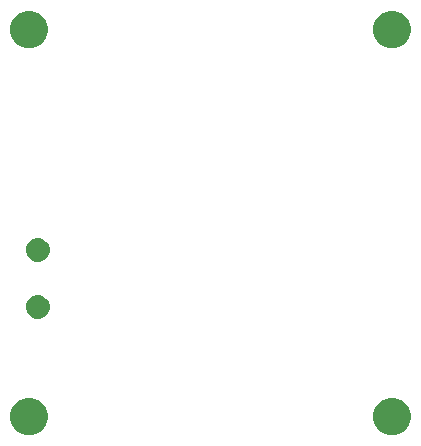
<source format=gbs>
%TF.GenerationSoftware,KiCad,Pcbnew,8.0.0*%
%TF.CreationDate,2024-03-04T00:48:55-06:00*%
%TF.ProjectId,InertialMeasurementUnitBoard,496e6572-7469-4616-9c4d-656173757265,rev?*%
%TF.SameCoordinates,Original*%
%TF.FileFunction,Soldermask,Bot*%
%TF.FilePolarity,Negative*%
%FSLAX46Y46*%
G04 Gerber Fmt 4.6, Leading zero omitted, Abs format (unit mm)*
G04 Created by KiCad (PCBNEW 8.0.0) date 2024-03-04 00:48:55*
%MOMM*%
%LPD*%
G01*
G04 APERTURE LIST*
G04 APERTURE END LIST*
G36*
X100580295Y-111195699D02*
G01*
X100824427Y-111254310D01*
X101056385Y-111350390D01*
X101270456Y-111481573D01*
X101461371Y-111644629D01*
X101624427Y-111835544D01*
X101755610Y-112049615D01*
X101851690Y-112281573D01*
X101910301Y-112525705D01*
X101930000Y-112776000D01*
X101910301Y-113026295D01*
X101851690Y-113270427D01*
X101755610Y-113502385D01*
X101624427Y-113716456D01*
X101461371Y-113907371D01*
X101270456Y-114070427D01*
X101056385Y-114201610D01*
X100824427Y-114297690D01*
X100580295Y-114356301D01*
X100330000Y-114376000D01*
X100079705Y-114356301D01*
X99835573Y-114297690D01*
X99603615Y-114201610D01*
X99389544Y-114070427D01*
X99198629Y-113907371D01*
X99035573Y-113716456D01*
X98904390Y-113502385D01*
X98808310Y-113270427D01*
X98749699Y-113026295D01*
X98730000Y-112776000D01*
X98749699Y-112525705D01*
X98808310Y-112281573D01*
X98904390Y-112049615D01*
X99035573Y-111835544D01*
X99198629Y-111644629D01*
X99389544Y-111481573D01*
X99603615Y-111350390D01*
X99835573Y-111254310D01*
X100079705Y-111195699D01*
X100330000Y-111176000D01*
X100580295Y-111195699D01*
G37*
G36*
X131314295Y-111195699D02*
G01*
X131558427Y-111254310D01*
X131790385Y-111350390D01*
X132004456Y-111481573D01*
X132195371Y-111644629D01*
X132358427Y-111835544D01*
X132489610Y-112049615D01*
X132585690Y-112281573D01*
X132644301Y-112525705D01*
X132664000Y-112776000D01*
X132644301Y-113026295D01*
X132585690Y-113270427D01*
X132489610Y-113502385D01*
X132358427Y-113716456D01*
X132195371Y-113907371D01*
X132004456Y-114070427D01*
X131790385Y-114201610D01*
X131558427Y-114297690D01*
X131314295Y-114356301D01*
X131064000Y-114376000D01*
X130813705Y-114356301D01*
X130569573Y-114297690D01*
X130337615Y-114201610D01*
X130123544Y-114070427D01*
X129932629Y-113907371D01*
X129769573Y-113716456D01*
X129638390Y-113502385D01*
X129542310Y-113270427D01*
X129483699Y-113026295D01*
X129464000Y-112776000D01*
X129483699Y-112525705D01*
X129542310Y-112281573D01*
X129638390Y-112049615D01*
X129769573Y-111835544D01*
X129932629Y-111644629D01*
X130123544Y-111481573D01*
X130337615Y-111350390D01*
X130569573Y-111254310D01*
X130813705Y-111195699D01*
X131064000Y-111176000D01*
X131314295Y-111195699D01*
G37*
G36*
X101287090Y-102524215D02*
G01*
X101474683Y-102581120D01*
X101647570Y-102673530D01*
X101799107Y-102797893D01*
X101923470Y-102949430D01*
X102015880Y-103122317D01*
X102072785Y-103309910D01*
X102092000Y-103505000D01*
X102072785Y-103700090D01*
X102015880Y-103887683D01*
X101923470Y-104060570D01*
X101799107Y-104212107D01*
X101647570Y-104336470D01*
X101474683Y-104428880D01*
X101287090Y-104485785D01*
X101092000Y-104505000D01*
X100896910Y-104485785D01*
X100709317Y-104428880D01*
X100536430Y-104336470D01*
X100384893Y-104212107D01*
X100260530Y-104060570D01*
X100168120Y-103887683D01*
X100111215Y-103700090D01*
X100092000Y-103505000D01*
X100111215Y-103309910D01*
X100168120Y-103122317D01*
X100260530Y-102949430D01*
X100384893Y-102797893D01*
X100536430Y-102673530D01*
X100709317Y-102581120D01*
X100896910Y-102524215D01*
X101092000Y-102505000D01*
X101287090Y-102524215D01*
G37*
G36*
X101287090Y-97698215D02*
G01*
X101474683Y-97755120D01*
X101647570Y-97847530D01*
X101799107Y-97971893D01*
X101923470Y-98123430D01*
X102015880Y-98296317D01*
X102072785Y-98483910D01*
X102092000Y-98679000D01*
X102072785Y-98874090D01*
X102015880Y-99061683D01*
X101923470Y-99234570D01*
X101799107Y-99386107D01*
X101647570Y-99510470D01*
X101474683Y-99602880D01*
X101287090Y-99659785D01*
X101092000Y-99679000D01*
X100896910Y-99659785D01*
X100709317Y-99602880D01*
X100536430Y-99510470D01*
X100384893Y-99386107D01*
X100260530Y-99234570D01*
X100168120Y-99061683D01*
X100111215Y-98874090D01*
X100092000Y-98679000D01*
X100111215Y-98483910D01*
X100168120Y-98296317D01*
X100260530Y-98123430D01*
X100384893Y-97971893D01*
X100536430Y-97847530D01*
X100709317Y-97755120D01*
X100896910Y-97698215D01*
X101092000Y-97679000D01*
X101287090Y-97698215D01*
G37*
G36*
X100580295Y-78429699D02*
G01*
X100824427Y-78488310D01*
X101056385Y-78584390D01*
X101270456Y-78715573D01*
X101461371Y-78878629D01*
X101624427Y-79069544D01*
X101755610Y-79283615D01*
X101851690Y-79515573D01*
X101910301Y-79759705D01*
X101930000Y-80010000D01*
X101910301Y-80260295D01*
X101851690Y-80504427D01*
X101755610Y-80736385D01*
X101624427Y-80950456D01*
X101461371Y-81141371D01*
X101270456Y-81304427D01*
X101056385Y-81435610D01*
X100824427Y-81531690D01*
X100580295Y-81590301D01*
X100330000Y-81610000D01*
X100079705Y-81590301D01*
X99835573Y-81531690D01*
X99603615Y-81435610D01*
X99389544Y-81304427D01*
X99198629Y-81141371D01*
X99035573Y-80950456D01*
X98904390Y-80736385D01*
X98808310Y-80504427D01*
X98749699Y-80260295D01*
X98730000Y-80010000D01*
X98749699Y-79759705D01*
X98808310Y-79515573D01*
X98904390Y-79283615D01*
X99035573Y-79069544D01*
X99198629Y-78878629D01*
X99389544Y-78715573D01*
X99603615Y-78584390D01*
X99835573Y-78488310D01*
X100079705Y-78429699D01*
X100330000Y-78410000D01*
X100580295Y-78429699D01*
G37*
G36*
X131314295Y-78429699D02*
G01*
X131558427Y-78488310D01*
X131790385Y-78584390D01*
X132004456Y-78715573D01*
X132195371Y-78878629D01*
X132358427Y-79069544D01*
X132489610Y-79283615D01*
X132585690Y-79515573D01*
X132644301Y-79759705D01*
X132664000Y-80010000D01*
X132644301Y-80260295D01*
X132585690Y-80504427D01*
X132489610Y-80736385D01*
X132358427Y-80950456D01*
X132195371Y-81141371D01*
X132004456Y-81304427D01*
X131790385Y-81435610D01*
X131558427Y-81531690D01*
X131314295Y-81590301D01*
X131064000Y-81610000D01*
X130813705Y-81590301D01*
X130569573Y-81531690D01*
X130337615Y-81435610D01*
X130123544Y-81304427D01*
X129932629Y-81141371D01*
X129769573Y-80950456D01*
X129638390Y-80736385D01*
X129542310Y-80504427D01*
X129483699Y-80260295D01*
X129464000Y-80010000D01*
X129483699Y-79759705D01*
X129542310Y-79515573D01*
X129638390Y-79283615D01*
X129769573Y-79069544D01*
X129932629Y-78878629D01*
X130123544Y-78715573D01*
X130337615Y-78584390D01*
X130569573Y-78488310D01*
X130813705Y-78429699D01*
X131064000Y-78410000D01*
X131314295Y-78429699D01*
G37*
M02*

</source>
